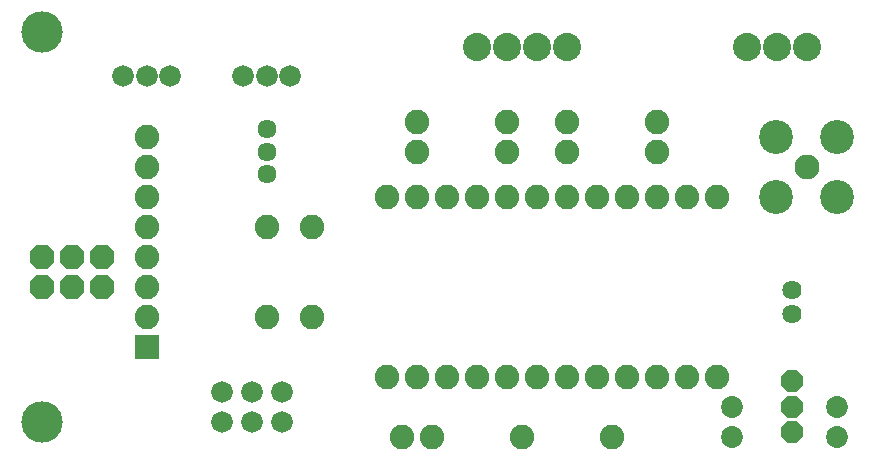
<source format=gbs>
G75*
G70*
%OFA0B0*%
%FSLAX24Y24*%
%IPPOS*%
%LPD*%
%AMOC8*
5,1,8,0,0,1.08239X$1,22.5*
%
%ADD10C,0.0820*%
%ADD11OC8,0.0820*%
%ADD12C,0.0635*%
%ADD13C,0.0720*%
%ADD14C,0.0640*%
%ADD15OC8,0.0740*%
%ADD16C,0.0830*%
%ADD17C,0.1130*%
%ADD18C,0.0940*%
%ADD19R,0.0820X0.0820*%
%ADD20C,0.0730*%
%ADD21C,0.1380*%
D10*
X005133Y005100D03*
X005133Y006100D03*
X005133Y007100D03*
X005133Y008100D03*
X005133Y009100D03*
X005133Y010100D03*
X005133Y011100D03*
X009133Y008100D03*
X010633Y008100D03*
X013133Y009100D03*
X014133Y009100D03*
X015133Y009100D03*
X016133Y009100D03*
X017133Y009100D03*
X018133Y009100D03*
X019133Y009100D03*
X020133Y009100D03*
X021133Y009100D03*
X022133Y009100D03*
X023133Y009100D03*
X024133Y009100D03*
X022133Y010600D03*
X022133Y011600D03*
X019133Y011600D03*
X019133Y010600D03*
X017133Y010600D03*
X017133Y011600D03*
X014133Y011600D03*
X014133Y010600D03*
X010633Y005100D03*
X009133Y005100D03*
X013133Y003100D03*
X014133Y003100D03*
X015133Y003100D03*
X016133Y003100D03*
X017133Y003100D03*
X018133Y003100D03*
X019133Y003100D03*
X020133Y003100D03*
X021133Y003100D03*
X022133Y003100D03*
X023133Y003100D03*
X024133Y003100D03*
X020633Y001100D03*
X017633Y001100D03*
X014633Y001100D03*
X013633Y001100D03*
D11*
X003633Y006100D03*
X002633Y006100D03*
X001633Y006100D03*
X001633Y007100D03*
X002633Y007100D03*
X003633Y007100D03*
D12*
X009133Y009850D03*
X009133Y010600D03*
X009133Y011350D03*
D13*
X009133Y013131D03*
X008346Y013131D03*
X009921Y013131D03*
X005921Y013131D03*
X005133Y013131D03*
X004346Y013131D03*
X007633Y002600D03*
X008633Y002600D03*
X009633Y002600D03*
X009633Y001600D03*
X008633Y001600D03*
X007633Y001600D03*
D14*
X026633Y005206D03*
X026633Y005994D03*
D15*
X026633Y002950D03*
X026633Y002100D03*
X026633Y001250D03*
D16*
X027133Y010100D03*
D17*
X026129Y009096D03*
X028137Y009096D03*
X028137Y011104D03*
X026129Y011104D03*
D18*
X026133Y014100D03*
X027133Y014100D03*
X025133Y014100D03*
X019133Y014100D03*
X018133Y014100D03*
X017133Y014100D03*
X016133Y014100D03*
D19*
X005133Y004100D03*
D20*
X024633Y002100D03*
X024633Y001100D03*
X028133Y001100D03*
X028133Y002100D03*
D21*
X001633Y001600D03*
X001633Y014600D03*
M02*

</source>
